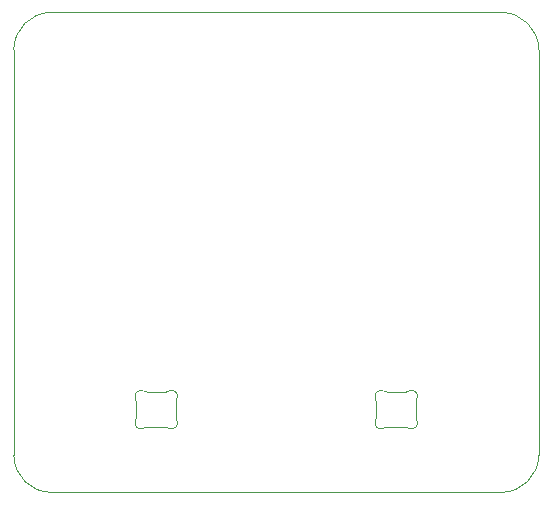
<source format=gbr>
%TF.GenerationSoftware,KiCad,Pcbnew,7.0.3*%
%TF.CreationDate,2023-05-17T00:12:26+01:00*%
%TF.ProjectId,MoonPad,4d6f6f6e-5061-4642-9e6b-696361645f70,rev?*%
%TF.SameCoordinates,Original*%
%TF.FileFunction,Profile,NP*%
%FSLAX46Y46*%
G04 Gerber Fmt 4.6, Leading zero omitted, Abs format (unit mm)*
G04 Created by KiCad (PCBNEW 7.0.3) date 2023-05-17 00:12:26*
%MOMM*%
%LPD*%
G01*
G04 APERTURE LIST*
%TA.AperFunction,Profile*%
%ADD10C,0.100000*%
%TD*%
G04 APERTURE END LIST*
D10*
X165100000Y-117475000D02*
G75*
G03*
X168275000Y-114300000I0J3175000D01*
G01*
X123825000Y-80010000D02*
X123825000Y-114300000D01*
X127000000Y-117475000D02*
X165100000Y-117475000D01*
X123825000Y-114300000D02*
G75*
G03*
X127000000Y-117475000I3175000J0D01*
G01*
X165100000Y-76835000D02*
X127000000Y-76835000D01*
X127000000Y-76835000D02*
G75*
G03*
X123825000Y-80010000I0J-3175000D01*
G01*
X168275000Y-80010000D02*
G75*
G03*
X165100000Y-76835000I-3175000J0D01*
G01*
X168275000Y-80010000D02*
X168275000Y-114300000D01*
%TO.C,D4*%
X154510001Y-109763158D02*
X154510001Y-111168842D01*
X155415548Y-111965999D02*
X157004453Y-111965999D01*
X157004452Y-108966000D02*
X155415548Y-108966000D01*
X157909999Y-111168842D02*
X157909999Y-109763158D01*
X154510000Y-109763157D02*
G75*
G03*
X154460515Y-109546280I-499989J1D01*
G01*
X155163289Y-108897703D02*
G75*
G03*
X154460516Y-109546280I-252258J-431700D01*
G01*
X154460516Y-111385720D02*
G75*
G03*
X154510001Y-111168842I-450505J216876D01*
G01*
X154460517Y-111385720D02*
G75*
G03*
X155163289Y-112034298I450514J-216878D01*
G01*
X155415547Y-111966001D02*
G75*
G03*
X155163289Y-112034300I-5J-499981D01*
G01*
X155163290Y-108897701D02*
G75*
G03*
X155415548Y-108966000I252261J431710D01*
G01*
X157256711Y-112034298D02*
G75*
G03*
X157004453Y-111965999I-252261J-431712D01*
G01*
X157004452Y-108965999D02*
G75*
G03*
X157256711Y-108897701I8J499979D01*
G01*
X157959482Y-109546280D02*
G75*
G03*
X157256711Y-108897702I-450512J216880D01*
G01*
X157959485Y-109546281D02*
G75*
G03*
X157909999Y-109763158I450505J-216879D01*
G01*
X157256711Y-112034297D02*
G75*
G03*
X157959484Y-111385720I252258J431700D01*
G01*
X157909999Y-111168843D02*
G75*
G03*
X157959484Y-111385720I499301J-157D01*
G01*
%TO.C,D1*%
X134190001Y-109763158D02*
X134190001Y-111168842D01*
X135095548Y-111965999D02*
X136684453Y-111965999D01*
X136684452Y-108966000D02*
X135095548Y-108966000D01*
X137589999Y-111168842D02*
X137589999Y-109763158D01*
X134190000Y-109763157D02*
G75*
G03*
X134140515Y-109546280I-499989J1D01*
G01*
X134843289Y-108897703D02*
G75*
G03*
X134140516Y-109546280I-252258J-431700D01*
G01*
X134140516Y-111385720D02*
G75*
G03*
X134190001Y-111168842I-450505J216876D01*
G01*
X134140517Y-111385720D02*
G75*
G03*
X134843289Y-112034298I450514J-216878D01*
G01*
X135095547Y-111966001D02*
G75*
G03*
X134843289Y-112034300I-5J-499981D01*
G01*
X134843290Y-108897701D02*
G75*
G03*
X135095548Y-108966000I252261J431710D01*
G01*
X136936711Y-112034298D02*
G75*
G03*
X136684453Y-111965999I-252261J-431712D01*
G01*
X136684452Y-108965999D02*
G75*
G03*
X136936711Y-108897701I8J499979D01*
G01*
X137639482Y-109546280D02*
G75*
G03*
X136936711Y-108897702I-450512J216880D01*
G01*
X137639485Y-109546281D02*
G75*
G03*
X137589999Y-109763158I450505J-216879D01*
G01*
X136936711Y-112034297D02*
G75*
G03*
X137639484Y-111385720I252258J431700D01*
G01*
X137589999Y-111168843D02*
G75*
G03*
X137639484Y-111385720I499301J-157D01*
G01*
%TD*%
M02*

</source>
